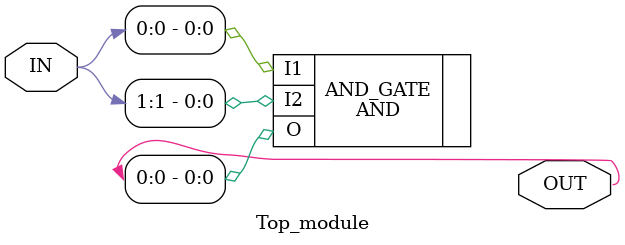
<source format=v>
`timescale 1ns / 1ps
module Top_module(
    input [15:0] IN, 
    output [7:0] OUT
    );
    AND AND_GATE(.O(OUT[0]), .I1(IN[0]), .I2(IN[1]));
    
endmodule

</source>
